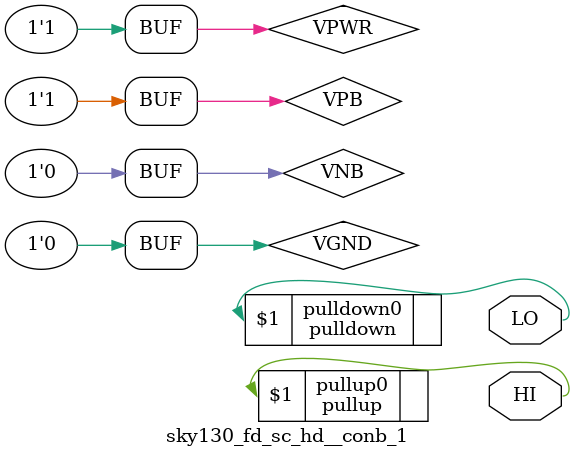
<source format=v>
/*
 * Copyright 2020 The SkyWater PDK Authors
 *
 * Licensed under the Apache License, Version 2.0 (the "License");
 * you may not use this file except in compliance with the License.
 * You may obtain a copy of the License at
 *
 *     https://www.apache.org/licenses/LICENSE-2.0
 *
 * Unless required by applicable law or agreed to in writing, software
 * distributed under the License is distributed on an "AS IS" BASIS,
 * WITHOUT WARRANTIES OR CONDITIONS OF ANY KIND, either express or implied.
 * See the License for the specific language governing permissions and
 * limitations under the License.
 *
 * SPDX-License-Identifier: Apache-2.0
*/


`ifndef SKY130_FD_SC_HD__CONB_1_TIMING_V
`define SKY130_FD_SC_HD__CONB_1_TIMING_V

/**
 * conb: Constant value, low, high outputs.
 *
 * Verilog simulation timing model.
 */

`timescale 1ns / 1ps
`default_nettype none

`celldefine
module sky130_fd_sc_hd__conb_1 (
    HI,
    LO
);

    // Module ports
    output HI;
    output LO;

    // Module supplies
    supply1 VPWR;
    supply0 VGND;
    supply1 VPB ;
    supply0 VNB ;

    //       Name       Output
    pullup   pullup0   (HI    );
    pulldown pulldown0 (LO    );

endmodule
`endcelldefine

`default_nettype wire
`endif  // SKY130_FD_SC_HD__CONB_1_TIMING_V

</source>
